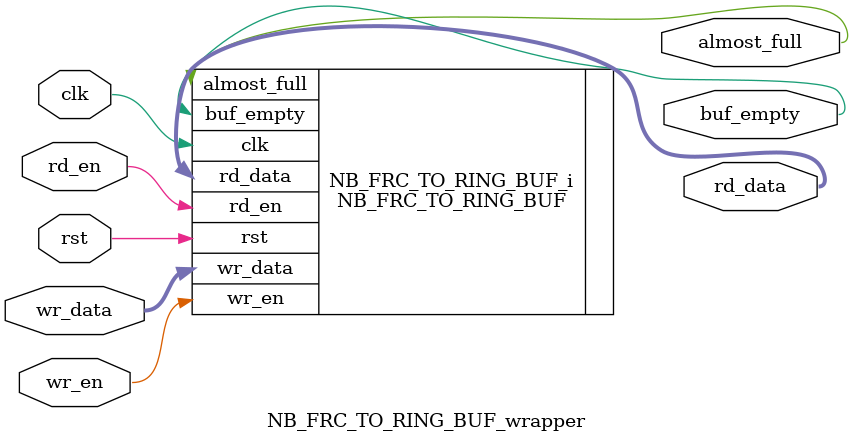
<source format=v>
`timescale 1 ps / 1 ps

module NB_FRC_TO_RING_BUF_wrapper
   (almost_full,
    buf_empty,
    clk,
    rd_data,
    rd_en,
    rst,
    wr_data,
    wr_en);
  output almost_full;
  output buf_empty;
  input clk;
  output [110:0]rd_data;
  input rd_en;
  input rst;
  input [110:0]wr_data;
  input wr_en;

  wire almost_full;
  wire buf_empty;
  wire clk;
  wire [110:0]rd_data;
  wire rd_en;
  wire rst;
  wire [110:0]wr_data;
  wire wr_en;

  NB_FRC_TO_RING_BUF NB_FRC_TO_RING_BUF_i
       (.almost_full(almost_full),
        .buf_empty(buf_empty),
        .clk(clk),
        .rd_data(rd_data),
        .rd_en(rd_en),
        .rst(rst),
        .wr_data(wr_data),
        .wr_en(wr_en));
endmodule

</source>
